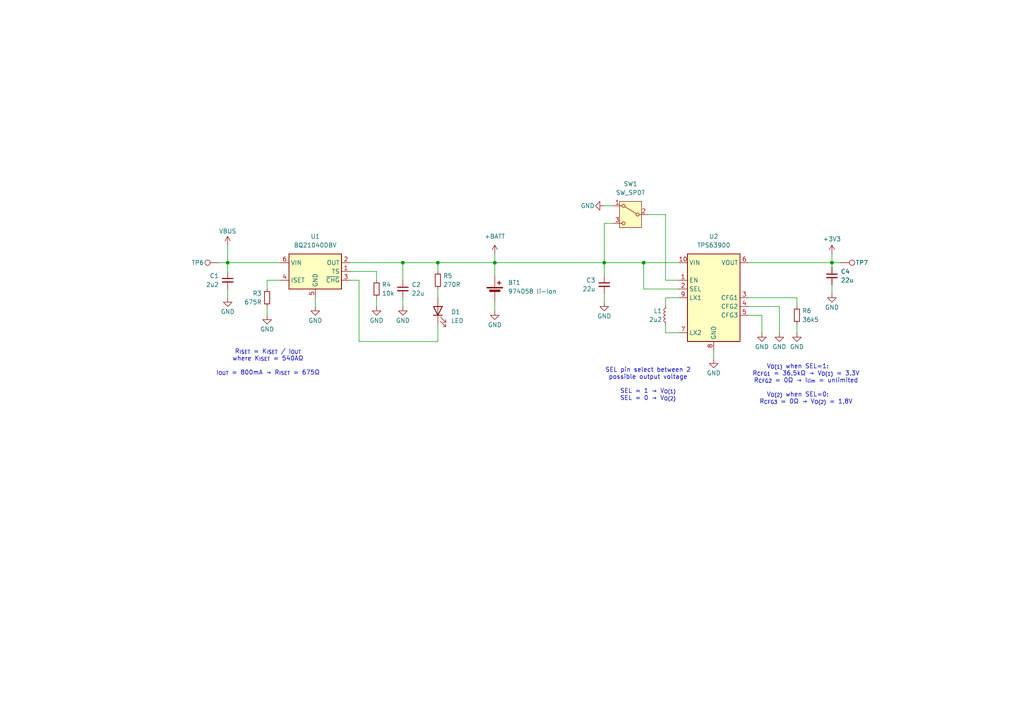
<source format=kicad_sch>
(kicad_sch (version 20250114) (generator "eeschema") (generator_version "9.0")
  (paper "A4")
  (title_block (title "ESP32MP3 devboard") (date "2025-12-08") (rev "Rev 1.0") (company "GiacoBot") (comment 1 "https://github.com/GiacoBot/ESP32MP3"))
  (lib_symbols
    (symbol "Battery_Management:BQ21040DBV"
      (property "Reference" "U" (at -7.62 6.35 0))
      (property "Value" "BQ21040DBV" (at 1.27 6.35 0))
      (symbol "BQ21040DBV_0_1"
        (rectangle (start -7.62 5.08) (end 7.62 -5.08) (stroke (width 0.254)) (fill (type background)))
      )
      (symbol "BQ21040DBV_1_1"
        (pin power_in line (at -10.16 2.54 0) (length 2.54) (name "VIN") (number "6"))
        (pin input line (at -10.16 -2.54 0) (length 2.54) (name "ISET") (number "4"))
        (pin power_in line (at 0 -7.62 90) (length 2.54) (name "GND") (number "5"))
        (pin power_out line (at 10.16 2.54 180) (length 2.54) (name "OUT") (number "2"))
        (pin input line (at 10.16 0 180) (length 2.54) (name "TS") (number "1"))
        (pin open_collector line (at 10.16 -2.54 180) (length 2.54) (name "~{CHG}") (number "3"))
      )
    )
    (symbol "Connector:TestPoint" (pin_numbers (hide yes)) (pin_names (offset 0.762) (hide yes))
      (property "Reference" "TP" (at 0 6.858 0))
      (property "Value" "TestPoint" (at 0 5.08 0))
      (symbol "TestPoint_0_1"
        (circle (center 0 3.302) (radius 0.762))
      )
      (symbol "TestPoint_1_1"
        (pin passive line (at 0 0 90) (length 2.54) (name "1") (number "1"))
      )
    )
    (symbol "Device:Battery_Cell" (pin_numbers (hide yes)) (pin_names (offset 0) (hide yes))
      (property "Reference" "BT1" (at 3.81 3.1116 0))
      (property "Value" "974058 li-Ion" (at 3.81 0.5716 0))
      (symbol "Battery_Cell_0_1"
        (rectangle (start -2.286 1.778) (end 2.286 1.524) (fill (type outline)))
        (rectangle (start -1.524 1.016) (end 1.524 0.508) (fill (type outline)))
        (polyline (pts (xy 0 1.778) (xy 0 2.54)))
        (polyline (pts (xy 0 0.762) (xy 0 0)))
        (polyline (pts (xy 0.762 3.048) (xy 1.778 3.048)) (stroke (width 0.254)))
        (polyline (pts (xy 1.27 3.556) (xy 1.27 2.54)) (stroke (width 0.254)))
      )
      (symbol "Battery_Cell_1_1"
        (pin passive line (at 0 5.08 270) (length 2.54) (name "+") (number "2"))
        (pin passive line (at 0 -2.54 90) (length 2.54) (name "-") (number "1"))
      )
    )
    (symbol "Device:C_Small" (pin_numbers (hide yes)) (pin_names (offset 0.254) (hide yes))
      (property "Reference" "C" (at 0.254 1.778 0))
      (property "Value" "C_Small" (at 0.254 -2.032 0))
      (symbol "C_Small_0_1"
        (polyline (pts (xy -1.524 0.508) (xy 1.524 0.508)) (stroke (width 0.3048)))
        (polyline (pts (xy -1.524 -0.508) (xy 1.524 -0.508)) (stroke (width 0.3302)))
      )
      (symbol "C_Small_1_1"
        (pin passive line (at 0 2.54 270) (length 2.032) (name "~") (number "1"))
        (pin passive line (at 0 -2.54 90) (length 2.032) (name "~") (number "2"))
      )
    )
    (symbol "Device:LED" (pin_numbers (hide yes)) (pin_names (offset 1.016) (hide yes))
      (property "Reference" "D" (at 0 2.54 0))
      (property "Value" "LED" (at 0 -2.54 0))
      (symbol "LED_0_1"
        (polyline (pts (xy -3.048 -0.762) (xy -4.572 -2.286) (xy -3.81 -2.286) (xy -4.572 -2.286) (xy -4.572 -1.524)))
        (polyline (pts (xy -1.778 -0.762) (xy -3.302 -2.286) (xy -2.54 -2.286) (xy -3.302 -2.286) (xy -3.302 -1.524)))
        (polyline (pts (xy -1.27 0) (xy 1.27 0)))
        (polyline (pts (xy -1.27 -1.27) (xy -1.27 1.27)) (stroke (width 0.254)))
        (polyline (pts (xy 1.27 -1.27) (xy 1.27 1.27) (xy -1.27 0) (xy 1.27 -1.27)) (stroke (width 0.254)))
      )
      (symbol "LED_1_1"
        (pin passive line (at -3.81 0 0) (length 2.54) (name "K") (number "1"))
        (pin passive line (at 3.81 0 180) (length 2.54) (name "A") (number "2"))
      )
    )
    (symbol "Device:L_Small" (pin_numbers (hide yes)) (pin_names (offset 0.254) (hide yes))
      (property "Reference" "L" (at 0.762 1.016 0))
      (property "Value" "L_Small" (at 0.762 -1.016 0))
      (symbol "L_Small_0_1"
        (arc (start 0 2.032) (mid 0.5058 1.524) (end 0 1.016))
        (arc (start 0 1.016) (mid 0.5058 0.508) (end 0 0))
        (arc (start 0 0) (mid 0.5058 -0.508) (end 0 -1.016))
        (arc (start 0 -1.016) (mid 0.5058 -1.524) (end 0 -2.032))
      )
      (symbol "L_Small_1_1"
        (pin passive line (at 0 2.54 270) (length 0.508) (name "~") (number "1"))
        (pin passive line (at 0 -2.54 90) (length 0.508) (name "~") (number "2"))
      )
    )
    (symbol "Device:R_Small" (pin_numbers (hide yes)) (pin_names (offset 0.254) (hide yes))
      (property "Reference" "R" (at 0 0 90))
      (property "Value" "R_Small" (at 1.778 0 90))
      (symbol "R_Small_0_1"
        (rectangle (start -0.762 1.778) (end 0.762 -1.778) (stroke (width 0.2032)))
      )
      (symbol "R_Small_1_1"
        (pin passive line (at 0 2.54 270) (length 0.762) (name "~") (number "1"))
        (pin passive line (at 0 -2.54 90) (length 0.762) (name "~") (number "2"))
      )
    )
    (symbol "Regulator_Switching:TPS63900"
      (property "Reference" "U" (at -7.62 13.97 0))
      (property "Value" "TPS63900" (at 5.08 13.97 0))
      (symbol "TPS63900_0_1"
        (rectangle (start -7.62 12.7) (end 7.62 -12.7) (stroke (width 0.254)) (fill (type background)))
      )
      (symbol "TPS63900_1_1"
        (pin power_in line (at -10.16 10.16 0) (length 2.54) (name "VIN") (number "10"))
        (pin input line (at -10.16 5.08 0) (length 2.54) (name "EN") (number "1"))
        (pin input line (at -10.16 2.54 0) (length 2.54) (name "SEL") (number "2"))
        (pin input line (at -10.16 0 0) (length 2.54) (name "LX1") (number "9"))
        (pin input line (at -10.16 -10.16 0) (length 2.54) (name "LX2") (number "7"))
        (pin passive line (at 0 -15.24 90) (length 2.54) (hide yes) (name "GND") (number "11"))
        (pin power_in line (at 0 -15.24 90) (length 2.54) (name "GND") (number "8"))
        (pin power_out line (at 10.16 10.16 180) (length 2.54) (name "VOUT") (number "6"))
        (pin input line (at 10.16 0 180) (length 2.54) (name "CFG1") (number "3"))
        (pin input line (at 10.16 -2.54 180) (length 2.54) (name "CFG2") (number "4"))
        (pin input line (at 10.16 -5.08 180) (length 2.54) (name "CFG3") (number "5"))
      )
    )
    (symbol "Switch:SW_SPDT" (pin_names (offset 0) (hide yes))
      (property "Reference" "SW" (at 0 5.08 0))
      (property "Value" "SW_SPDT" (at 0 -5.08 0))
      (symbol "SW_SPDT_0_1"
        (circle (center -2.032 0) (radius 0.4572))
        (polyline (pts (xy -1.651 0.254) (xy 1.651 2.286)))
        (circle (center 2.032 2.54) (radius 0.4572))
        (circle (center 2.032 -2.54) (radius 0.4572))
      )
      (symbol "SW_SPDT_1_1"
        (rectangle (start -3.175 3.81) (end 3.175 -3.81) (fill (type background)))
        (pin passive line (at -5.08 0 0) (length 2.54) (name "B") (number "2"))
        (pin passive line (at 5.08 2.54 180) (length 2.54) (name "A") (number "1"))
        (pin passive line (at 5.08 -2.54 180) (length 2.54) (name "C") (number "3"))
      )
    )
    (symbol "power:+3V3" (power) (pin_numbers (hide yes)) (pin_names (offset 0) (hide yes))
      (property "Value" "+3V3" (at 0 3.556 0))
      (symbol "+3V3_0_1"
        (polyline (pts (xy -0.762 1.27) (xy 0 2.54)))
        (polyline (pts (xy 0 2.54) (xy 0.762 1.27)))
        (polyline (pts (xy 0 0) (xy 0 2.54)))
      )
      (symbol "+3V3_1_1"
        (pin power_in line (at 0 0 90) (length 0) (name "~") (number "1"))
      )
    )
    (symbol "power:+BATT" (power) (pin_numbers (hide yes)) (pin_names (offset 0) (hide yes))
      (property "Value" "+BATT" (at 0 3.556 0))
      (symbol "+BATT_0_1"
        (polyline (pts (xy -0.762 1.27) (xy 0 2.54)))
        (polyline (pts (xy 0 2.54) (xy 0.762 1.27)))
        (polyline (pts (xy 0 0) (xy 0 2.54)))
      )
      (symbol "+BATT_1_1"
        (pin power_in line (at 0 0 90) (length 0) (name "~") (number "1"))
      )
    )
    (symbol "power:GND" (power) (pin_numbers (hide yes)) (pin_names (offset 0) (hide yes))
      (property "Value" "GND" (at 0 -3.81 0))
      (symbol "GND_0_1"
        (polyline (pts (xy 0 0) (xy 0 -1.27) (xy 1.27 -1.27) (xy 0 -2.54) (xy -1.27 -1.27) (xy 0 -1.27)))
      )
      (symbol "GND_1_1"
        (pin power_in line (at 0 0 270) (length 0) (name "~") (number "1"))
      )
    )
    (symbol "power:VBUS" (power) (pin_numbers (hide yes)) (pin_names (offset 0) (hide yes))
      (property "Value" "VBUS" (at 0 3.556 0))
      (symbol "VBUS_0_1"
        (polyline (pts (xy -0.762 1.27) (xy 0 2.54)))
        (polyline (pts (xy 0 2.54) (xy 0.762 1.27)))
        (polyline (pts (xy 0 0) (xy 0 2.54)))
      )
      (symbol "VBUS_1_1"
        (pin power_in line (at 0 0 90) (length 0) (name "~") (number "1"))
      )
    )
  )
  (text "R_{ISET} = K_{ISET} / I_{OUT}\nwhere K_{ISET} = 540AΩ\n\nI_{OUT} = 800mA → R_{ISET} = 675Ω" (at 77.724 105.156 0) (effects (font (size 1.27 1.27))))
  (text "SEL pin select between 2\npossible output voltage\n\nSEL = 1 → V_{O(1)}\nSEL = 0 → V_{O(2)}" (at 187.96 111.506 0) (effects (font (size 1.27 1.27))))
  (text "V_{O(1)} when SEL=1:\n	R_{CFG1} = 36,5kΩ → V_{O(1)} = 3,3V\n	R_{CFG2} = 0Ω → I_{lim} = unlimited\n\nV_{O(2)} when SEL=0:\n	R_{CFG3} = 0Ω → V_{O(2)} = 1,8V" (at 231.394 111.506 0) (effects (font (size 1.27 1.27))))
  (junction (at 143.51 76.2))
  (junction (at 66.04 76.2))
  (junction (at 175.26 76.2))
  (junction (at 116.84 76.2))
  (junction (at 186.69 76.2))
  (junction (at 241.3 76.2))
  (junction (at 127 76.2))
  (wire (pts (xy 143.51 76.2) (xy 143.51 80.01)))
  (wire (pts (xy 193.04 81.28) (xy 193.04 62.23)))
  (wire (pts (xy 177.8 64.77) (xy 175.26 64.77)))
  (wire (pts (xy 109.22 81.28) (xy 109.22 78.74)))
  (wire (pts (xy 101.6 78.74) (xy 109.22 78.74)))
  (wire (pts (xy 196.85 83.82) (xy 186.69 83.82)))
  (wire (pts (xy 175.26 76.2) (xy 186.69 76.2)))
  (wire (pts (xy 193.04 93.98) (xy 193.04 96.52)))
  (wire (pts (xy 101.6 81.28) (xy 104.14 81.28)))
  (wire (pts (xy 241.3 77.47) (xy 241.3 76.2)))
  (wire (pts (xy 127 76.2) (xy 127 78.74)))
  (wire (pts (xy 175.26 64.77) (xy 175.26 76.2)))
  (wire (pts (xy 187.96 62.23) (xy 193.04 62.23)))
  (wire (pts (xy 175.26 85.09) (xy 175.26 87.63)))
  (wire (pts (xy 241.3 73.66) (xy 241.3 76.2)))
  (wire (pts (xy 186.69 83.82) (xy 186.69 76.2)))
  (wire (pts (xy 207.01 101.6) (xy 207.01 104.14)))
  (wire (pts (xy 193.04 86.36) (xy 193.04 88.9)))
  (wire (pts (xy 186.69 76.2) (xy 196.85 76.2)))
  (wire (pts (xy 175.26 59.69) (xy 177.8 59.69)))
  (wire (pts (xy 226.06 88.9) (xy 226.06 96.52)))
  (wire (pts (xy 196.85 86.36) (xy 193.04 86.36)))
  (wire (pts (xy 231.14 86.36) (xy 231.14 88.9)))
  (wire (pts (xy 63.5 76.2) (xy 66.04 76.2)))
  (wire (pts (xy 231.14 93.98) (xy 231.14 96.52)))
  (wire (pts (xy 77.47 88.9) (xy 77.47 91.44)))
  (wire (pts (xy 241.3 82.55) (xy 241.3 85.09)))
  (wire (pts (xy 104.14 81.28) (xy 104.14 99.06)))
  (wire (pts (xy 77.47 81.28) (xy 81.28 81.28)))
  (wire (pts (xy 127 83.82) (xy 127 86.36)))
  (wire (pts (xy 143.51 73.66) (xy 143.51 76.2)))
  (wire (pts (xy 66.04 78.74) (xy 66.04 76.2)))
  (wire (pts (xy 91.44 86.36) (xy 91.44 88.9)))
  (wire (pts (xy 143.51 87.63) (xy 143.51 90.17)))
  (wire (pts (xy 66.04 76.2) (xy 81.28 76.2)))
  (wire (pts (xy 220.98 91.44) (xy 220.98 96.52)))
  (wire (pts (xy 217.17 76.2) (xy 241.3 76.2)))
  (wire (pts (xy 217.17 91.44) (xy 220.98 91.44)))
  (wire (pts (xy 217.17 88.9) (xy 226.06 88.9)))
  (wire (pts (xy 116.84 76.2) (xy 127 76.2)))
  (wire (pts (xy 116.84 76.2) (xy 116.84 81.28)))
  (wire (pts (xy 196.85 81.28) (xy 193.04 81.28)))
  (wire (pts (xy 127 76.2) (xy 143.51 76.2)))
  (wire (pts (xy 77.47 83.82) (xy 77.47 81.28)))
  (wire (pts (xy 143.51 76.2) (xy 175.26 76.2)))
  (wire (pts (xy 101.6 76.2) (xy 116.84 76.2)))
  (wire (pts (xy 217.17 86.36) (xy 231.14 86.36)))
  (wire (pts (xy 66.04 83.82) (xy 66.04 86.36)))
  (wire (pts (xy 175.26 76.2) (xy 175.26 80.01)))
  (wire (pts (xy 116.84 86.36) (xy 116.84 88.9)))
  (wire (pts (xy 66.04 71.12) (xy 66.04 76.2)))
  (wire (pts (xy 193.04 96.52) (xy 196.85 96.52)))
  (wire (pts (xy 109.22 86.36) (xy 109.22 88.9)))
  (wire (pts (xy 104.14 99.06) (xy 127 99.06)))
  (wire (pts (xy 127 99.06) (xy 127 93.98)))
  (wire (pts (xy 243.84 76.2) (xy 241.3 76.2)))
  (symbol (lib_id "Device:C_Small") (at 175.26 82.55 0) (mirror y) (unit 1)
    (property "Reference" "C3" (at 172.72 81.2862 0) (effects (justify left)))
    (property "Value" "22u" (at 172.72 83.8262 0) (effects (justify left)))
    (property "Footprint" "Capacitor_SMD:C_0603_1608Metric" (effects (hide yes)))
    (property "Description" "Unpolarized capacitor, small symbol" (effects (hide yes)))
    (property "Part Number" "Samsung Electro-Mechanics CL10A226MP8NUNE" (effects (hide yes)))
  )
  (symbol (lib_id "power:GND") (at 241.3 85.09 0) (unit 1)
    (property "Reference" "#PWR018" (effects (hide yes)))
    (property "Value" "GND" (at 241.3 89.154 0))
    (property "Description" "Power symbol creates a global label with name \"GND\" , ground" (effects (hide yes)))
  )
  (symbol (lib_id "Device:R_Small") (at 231.14 91.44 0) (unit 1)
    (property "Reference" "R6" (at 232.664 90.17 0) (effects (justify left)))
    (property "Value" "36k5" (at 232.664 92.71 0) (effects (justify left)))
    (property "Footprint" "Resistor_SMD:R_0603_1608Metric_Pad0.98x0.95mm_HandSolder" (effects (hide yes)))
    (property "Description" "Resistor, small symbol" (effects (hide yes)))
    (property "Part Number" "YAGEO RT0603BRE0736K5L" (effects (hide yes)))
  )
  (symbol (lib_id "Device:LED") (at 127 90.17 90) (unit 1)
    (property "Reference" "D1" (at 130.81 90.4874 90) (effects (justify right)))
    (property "Value" "LED" (at 130.81 93.0274 90) (effects (justify right)))
    (property "Footprint" "LED_SMD:LED_0603_1608Metric" (effects (hide yes)))
    (property "Description" "Light emitting diode" (effects (hide yes)))
    (property "Sim.Pins" "1=K 2=A" (effects (hide yes)))
    (property "Part Number" "EVERLIGHT 19-219/GHC-YR2T1B5Y/3T" (effects (hide yes)))
  )
  (symbol (lib_id "Battery_Management:BQ21040DBV") (at 91.44 78.74 0) (unit 1)
    (property "Reference" "U1" (at 91.44 68.58 0))
    (property "Value" "BQ21040DBV" (at 91.44 71.12 0))
    (property "Footprint" "Package_TO_SOT_SMD:SOT-23-6" (effects (hide yes)))
    (property "Datasheet" "https://www.ti.com/lit/ds/symlink/bq21040.pdf" (effects (hide yes)))
    (property "Description" "Single cell, 0.8A Li-Ion/Li-Po linear charge management controller, up to 30V input, 4.2V charge voltage, Open-Drain Status Output, Temperature sense input, SOT-23-6" (effects (hide yes)))
    (property "Part Number" "TI BQ21040DBVR" (effects (hide yes)))
  )
  (symbol (lib_id "Device:C_Small") (at 66.04 81.28 0) (mirror y) (unit 1)
    (property "Reference" "C1" (at 63.5 80.0162 0) (effects (justify left)))
    (property "Value" "2u2" (at 63.5 82.5562 0) (effects (justify left)))
    (property "Footprint" "Capacitor_SMD:C_0603_1608Metric" (effects (hide yes)))
    (property "Description" "Unpolarized capacitor, small symbol" (effects (hide yes)))
    (property "Part Number" "muRata GRM188Z71E225KE43D" (effects (hide yes)))
  )
  (symbol (lib_id "power:GND") (at 143.51 90.17 0) (mirror y) (unit 1)
    (property "Reference" "#PWR010" (effects (hide yes)))
    (property "Value" "GND" (at 143.51 94.234 0))
    (property "Description" "Power symbol creates a global label with name \"GND\" , ground" (effects (hide yes)))
  )
  (symbol (lib_id "Device:C_Small") (at 241.3 80.01 0) (unit 1)
    (property "Reference" "C4" (at 243.84 78.7462 0) (effects (justify left)))
    (property "Value" "22u" (at 243.84 81.2862 0) (effects (justify left)))
    (property "Footprint" "Capacitor_SMD:C_0603_1608Metric" (effects (hide yes)))
    (property "Description" "Unpolarized capacitor, small symbol" (effects (hide yes)))
    (property "Part Number" "Samsung Electro-Mechanics CL10A226MP8NUNE" (effects (hide yes)))
  )
  (symbol (lib_id "power:GND") (at 231.14 96.52 0) (mirror y) (unit 1)
    (property "Reference" "#PWR016" (effects (hide yes)))
    (property "Value" "GND" (at 231.14 100.584 0))
    (property "Description" "Power symbol creates a global label with name \"GND\" , ground" (effects (hide yes)))
  )
  (symbol (lib_id "power:GND") (at 220.98 96.52 0) (unit 1)
    (property "Reference" "#PWR014" (effects (hide yes)))
    (property "Value" "GND" (at 220.98 100.584 0))
    (property "Description" "Power symbol creates a global label with name \"GND\" , ground" (effects (hide yes)))
  )
  (symbol (lib_id "power:GND") (at 109.22 88.9 0) (mirror y) (unit 1)
    (property "Reference" "#PWR07" (effects (hide yes)))
    (property "Value" "GND" (at 109.22 92.964 0))
    (property "Description" "Power symbol creates a global label with name \"GND\" , ground" (effects (hide yes)))
  )
  (symbol (lib_id "Device:L_Small") (at 193.04 91.44 0) (mirror y) (unit 1)
    (property "Reference" "L1" (at 192.024 90.17 0) (effects (justify left)))
    (property "Value" "2u2" (at 192.024 92.71 0) (effects (justify left)))
    (property "Footprint" "Inductor_SMD:L_1008_2520Metric" (effects (hide yes)))
    (property "Description" "Inductor, small symbol" (effects (hide yes)))
    (property "Part Number" "ZE ZEMS252012-2R2M" (effects (hide yes)))
  )
  (symbol (lib_id "Regulator_Switching:TPS63900") (at 207.01 86.36 0) (unit 1)
    (property "Reference" "U2" (at 207.01 68.58 0))
    (property "Value" "TPS63900" (at 207.01 71.12 0))
    (property "Footprint" "Package_SON:WSON-10-1EP_2.5x2.5mm_P0.5mm_EP1.2x2mm_ThermalVias" (effects (hide yes)))
    (property "Datasheet" "https://www.ti.com/lit/ds/symlink/tps63900.pdf" (effects (hide yes)))
    (property "Description" "Buck-Boost Converter, 1.8-5.5V Input Voltage, 0.4A Switch Current, Adjustable 1.8-5V Output Voltage, WSON-10" (effects (hide yes)))
    (property "Part Number" "TI TPS63900DSKR" (effects (hide yes)))
  )
  (symbol (lib_id "Device:Battery_Cell") (at 143.51 85.09 0) (unit 1)
    (property "Reference" "BT1" (at 147.32 81.9784 0) (effects (justify left)))
    (property "Value" "974058 li-Ion" (at 147.32 84.5184 0) (effects (justify left)))
    (property "Footprint" "Connector_JST:JST_PH_S2B-PH-SM4-TB_1x02-1MP_P2.00mm_Horizontal" (effects (hide yes)))
    (property "Description" "Single-cell battery" (effects (hide yes)))
    (property "Part Number" "JST S2B-PH-SM4-TB(LF)(SN)" (effects (hide yes)))
  )
  (symbol (lib_id "power:GND") (at 175.26 59.69 270) (unit 1)
    (property "Reference" "#PWR011" (effects (hide yes)))
    (property "Value" "GND" (at 170.434 59.69 90))
    (property "Description" "Power symbol creates a global label with name \"GND\" , ground" (effects (hide yes)))
  )
  (symbol (lib_id "Connector:TestPoint") (at 63.5 76.2 90) (unit 1) (in_bom no)
    (property "Reference" "TP6" (at 59.182 76.2 90) (effects (justify left)))
    (property "Value" "5V" (effects (hide yes)))
    (property "Footprint" "TestPoint:TestPoint_Pad_D1.0mm" (effects (hide yes)))
    (property "Description" "test point" (effects (hide yes)))
  )
  (symbol (lib_id "Device:R_Small") (at 77.47 86.36 0) (mirror y) (unit 1)
    (property "Reference" "R3" (at 75.946 85.09 0) (effects (justify left)))
    (property "Value" "675R" (at 75.946 87.63 0) (effects (justify left)))
    (property "Footprint" "Resistor_SMD:R_0603_1608Metric_Pad0.98x0.95mm_HandSolder" (effects (hide yes)))
    (property "Description" "Resistor, small symbol" (effects (hide yes)))
    (property "Part Number" "YAGEO RC0603FR-07680RL" (effects (hide yes)))
  )
  (symbol (lib_id "power:VBUS") (at 66.04 71.12 0) (unit 1)
    (property "Reference" "#PWR03" (effects (hide yes)))
    (property "Value" "VBUS" (at 66.04 67.056 0))
    (property "Description" "Power symbol creates a global label with name \"VBUS\"" (effects (hide yes)))
  )
  (symbol (lib_id "power:GND") (at 66.04 86.36 0) (unit 1)
    (property "Reference" "#PWR04" (effects (hide yes)))
    (property "Value" "GND" (at 66.04 90.424 0))
    (property "Description" "Power symbol creates a global label with name \"GND\" , ground" (effects (hide yes)))
  )
  (symbol (lib_id "power:GND") (at 77.47 91.44 0) (unit 1)
    (property "Reference" "#PWR05" (effects (hide yes)))
    (property "Value" "GND" (at 77.47 95.504 0))
    (property "Description" "Power symbol creates a global label with name \"GND\" , ground" (effects (hide yes)))
  )
  (symbol (lib_id "Switch:SW_SPDT") (at 182.88 62.23 0) (mirror y) (unit 1)
    (property "Reference" "SW1" (at 182.88 53.34 0))
    (property "Value" "SW_SPDT" (at 182.88 55.88 0))
    (property "Footprint" "Library:MK-12C02-G015" (effects (hide yes)))
    (property "Description" "Switch, single pole double throw" (effects (hide yes)))
    (property "Part Number" "G-Switch MK-12C02-G015" (effects (hide yes)))
  )
  (symbol (lib_id "power:GND") (at 207.01 104.14 0) (unit 1)
    (property "Reference" "#PWR013" (effects (hide yes)))
    (property "Value" "GND" (at 207.01 108.204 0))
    (property "Description" "Power symbol creates a global label with name \"GND\" , ground" (effects (hide yes)))
  )
  (symbol (lib_id "Device:R_Small") (at 127 81.28 0) (unit 1)
    (property "Reference" "R5" (at 128.524 80.01 0) (effects (justify left)))
    (property "Value" "270R" (at 128.524 82.55 0) (effects (justify left)))
    (property "Footprint" "Resistor_SMD:R_0603_1608Metric_Pad0.98x0.95mm_HandSolder" (effects (hide yes)))
    (property "Description" "Resistor, small symbol" (effects (hide yes)))
    (property "Part Number" "YAGEO RC0603FR-07270RL" (effects (hide yes)))
  )
  (symbol (lib_id "power:+3V3") (at 241.3 73.66 0) (unit 1)
    (property "Reference" "#PWR017" (effects (hide yes)))
    (property "Value" "+3V3" (at 241.3 69.342 0))
    (property "Description" "Power symbol creates a global label with name \"+3V3\"" (effects (hide yes)))
  )
  (symbol (lib_id "power:+BATT") (at 143.51 73.66 0) (unit 1)
    (property "Reference" "#PWR09" (effects (hide yes)))
    (property "Value" "+BATT" (at 143.51 68.58 0))
    (property "Description" "Power symbol creates a global label with name \"+BATT\"" (effects (hide yes)))
  )
  (symbol (lib_id "Device:C_Small") (at 116.84 83.82 0) (unit 1)
    (property "Reference" "C2" (at 119.38 82.5562 0) (effects (justify left)))
    (property "Value" "22u" (at 119.38 85.0962 0) (effects (justify left)))
    (property "Footprint" "Capacitor_SMD:C_0603_1608Metric" (effects (hide yes)))
    (property "Description" "Unpolarized capacitor, small symbol" (effects (hide yes)))
    (property "Part Number" "Samsung Electro-Mechanics CL10A226MP8NUNE" (effects (hide yes)))
  )
  (symbol (lib_id "power:GND") (at 91.44 88.9 0) (unit 1)
    (property "Reference" "#PWR06" (effects (hide yes)))
    (property "Value" "GND" (at 91.44 92.964 0))
    (property "Description" "Power symbol creates a global label with name \"GND\" , ground" (effects (hide yes)))
  )
  (symbol (lib_id "power:GND") (at 116.84 88.9 0) (mirror y) (unit 1)
    (property "Reference" "#PWR08" (effects (hide yes)))
    (property "Value" "GND" (at 116.84 92.964 0))
    (property "Description" "Power symbol creates a global label with name \"GND\" , ground" (effects (hide yes)))
  )
  (symbol (lib_id "Connector:TestPoint") (at 243.84 76.2 270) (mirror x) (unit 1) (in_bom no)
    (property "Reference" "TP7" (at 248.158 76.2 90) (effects (justify left)))
    (property "Value" "3V3" (effects (hide yes)))
    (property "Footprint" "TestPoint:TestPoint_Pad_D1.0mm" (effects (hide yes)))
    (property "Description" "test point" (effects (hide yes)))
  )
  (symbol (lib_id "Device:R_Small") (at 109.22 83.82 0) (unit 1)
    (property "Reference" "R4" (at 110.744 82.55 0) (effects (justify left)))
    (property "Value" "10k" (at 110.744 85.09 0) (effects (justify left)))
    (property "Footprint" "Resistor_SMD:R_0603_1608Metric_Pad0.98x0.95mm_HandSolder" (effects (hide yes)))
    (property "Description" "Resistor, small symbol" (effects (hide yes)))
    (property "Part Number" "YAGEO RC0603FR-0710KL" (effects (hide yes)))
  )
  (symbol (lib_id "power:GND") (at 226.06 96.52 0) (unit 1)
    (property "Reference" "#PWR015" (effects (hide yes)))
    (property "Value" "GND" (at 226.06 100.584 0))
    (property "Description" "Power symbol creates a global label with name \"GND\" , ground" (effects (hide yes)))
  )
  (symbol (lib_id "power:GND") (at 175.26 87.63 0) (mirror y) (unit 1)
    (property "Reference" "#PWR012" (effects (hide yes)))
    (property "Value" "GND" (at 175.26 91.694 0))
    (property "Description" "Power symbol creates a global label with name \"GND\" , ground" (effects (hide yes)))
  )
)
</source>
